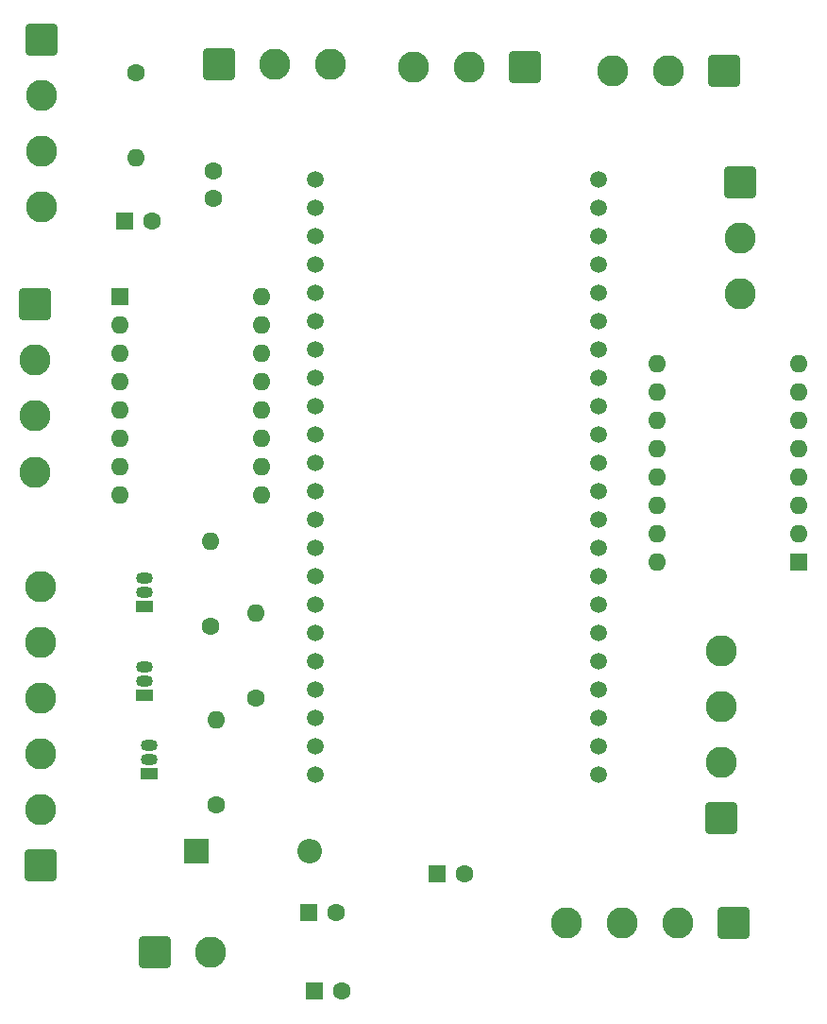
<source format=gbr>
%TF.GenerationSoftware,KiCad,Pcbnew,9.0.1*%
%TF.CreationDate,2025-05-12T17:21:56-07:00*%
%TF.ProjectId,pcb,7063622e-6b69-4636-9164-5f7063625858,rev?*%
%TF.SameCoordinates,Original*%
%TF.FileFunction,Soldermask,Bot*%
%TF.FilePolarity,Negative*%
%FSLAX46Y46*%
G04 Gerber Fmt 4.6, Leading zero omitted, Abs format (unit mm)*
G04 Created by KiCad (PCBNEW 9.0.1) date 2025-05-12 17:21:56*
%MOMM*%
%LPD*%
G01*
G04 APERTURE LIST*
G04 Aperture macros list*
%AMRoundRect*
0 Rectangle with rounded corners*
0 $1 Rounding radius*
0 $2 $3 $4 $5 $6 $7 $8 $9 X,Y pos of 4 corners*
0 Add a 4 corners polygon primitive as box body*
4,1,4,$2,$3,$4,$5,$6,$7,$8,$9,$2,$3,0*
0 Add four circle primitives for the rounded corners*
1,1,$1+$1,$2,$3*
1,1,$1+$1,$4,$5*
1,1,$1+$1,$6,$7*
1,1,$1+$1,$8,$9*
0 Add four rect primitives between the rounded corners*
20,1,$1+$1,$2,$3,$4,$5,0*
20,1,$1+$1,$4,$5,$6,$7,0*
20,1,$1+$1,$6,$7,$8,$9,0*
20,1,$1+$1,$8,$9,$2,$3,0*%
G04 Aperture macros list end*
%ADD10R,1.600000X1.600000*%
%ADD11C,1.600000*%
%ADD12R,2.200000X2.200000*%
%ADD13O,2.200000X2.200000*%
%ADD14O,1.600000X1.600000*%
%ADD15R,1.500000X1.050000*%
%ADD16O,1.500000X1.050000*%
%ADD17RoundRect,0.250001X1.149999X-1.149999X1.149999X1.149999X-1.149999X1.149999X-1.149999X-1.149999X0*%
%ADD18C,2.800000*%
%ADD19RoundRect,0.250001X-1.149999X-1.149999X1.149999X-1.149999X1.149999X1.149999X-1.149999X1.149999X0*%
%ADD20RoundRect,0.250001X1.149999X1.149999X-1.149999X1.149999X-1.149999X-1.149999X1.149999X-1.149999X0*%
%ADD21RoundRect,0.250001X-1.149999X1.149999X-1.149999X-1.149999X1.149999X-1.149999X1.149999X1.149999X0*%
%ADD22C,1.500000*%
G04 APERTURE END LIST*
D10*
%TO.C,vd_c2*%
X111500000Y-71500000D03*
D11*
X114000000Y-71500000D03*
%TD*%
D12*
%TO.C,D1*%
X117920000Y-128000000D03*
D13*
X128080000Y-128000000D03*
%TD*%
D11*
%TO.C,mix1*%
X119750000Y-123810000D03*
D14*
X119750000Y-116190000D03*
%TD*%
D15*
%TO.C,Q3*%
X113250000Y-106040000D03*
D16*
X113250000Y-104770000D03*
X113250000Y-103500000D03*
%TD*%
D17*
%TO.C,J3*%
X165031500Y-125066700D03*
D18*
X165031500Y-120066700D03*
X165031500Y-115066700D03*
X165031500Y-110066700D03*
%TD*%
D10*
%TO.C,motor_c1*%
X139500000Y-130000000D03*
D11*
X142000000Y-130000000D03*
%TD*%
%TO.C,vd_c1*%
X119500000Y-69500000D03*
X119500000Y-67000000D03*
%TD*%
D19*
%TO.C,MovingBumper_back1*%
X120000000Y-57500000D03*
D18*
X125000000Y-57500000D03*
X130000000Y-57500000D03*
%TD*%
D20*
%TO.C,MovingBumper_front1*%
X147397900Y-57680400D03*
D18*
X142397900Y-57680400D03*
X137397900Y-57680400D03*
%TD*%
D20*
%TO.C,Debug_ports1*%
X166155000Y-134437400D03*
D18*
X161155000Y-134437400D03*
X156155000Y-134437400D03*
X151155000Y-134437400D03*
%TD*%
D10*
%TO.C,reg_co1*%
X128000000Y-133500000D03*
D11*
X130500000Y-133500000D03*
%TD*%
%TO.C,mix2*%
X123300100Y-114310000D03*
D14*
X123300100Y-106690000D03*
%TD*%
D21*
%TO.C,Thermistor1*%
X104032500Y-55250000D03*
D18*
X104032500Y-60250000D03*
X104032500Y-65250000D03*
X104032500Y-70250000D03*
%TD*%
D22*
%TO.C,ESP32-S3*%
X128590000Y-67792500D03*
X128590000Y-70332500D03*
X128590000Y-72872500D03*
X128590000Y-75412500D03*
X128590000Y-77952500D03*
X128590000Y-80492500D03*
X128590000Y-83032500D03*
X128590000Y-85572500D03*
X128590000Y-88112500D03*
X128590000Y-90652500D03*
X128590000Y-93192500D03*
X128590000Y-95732500D03*
X128590000Y-98272500D03*
X128590000Y-100812500D03*
X128590000Y-103352500D03*
X128590000Y-105892500D03*
X128590000Y-108432500D03*
X128590000Y-110972500D03*
X128590000Y-113512500D03*
X128590000Y-116052500D03*
X128590000Y-118592500D03*
X128590000Y-121132500D03*
X153990000Y-67792500D03*
X153990000Y-70332500D03*
X153990000Y-72872500D03*
X153990000Y-75412500D03*
X153990000Y-77952500D03*
X153990000Y-80492500D03*
X153990000Y-83032500D03*
X153990000Y-85572500D03*
X153990000Y-88112500D03*
X153990000Y-90652500D03*
X153990000Y-93192500D03*
X153990000Y-95732500D03*
X153990000Y-98272500D03*
X153990000Y-100812500D03*
X153990000Y-103352500D03*
X153990000Y-105892500D03*
X153990000Y-108432500D03*
X153990000Y-110972500D03*
X153990000Y-113512500D03*
X153990000Y-116052500D03*
X153990000Y-118592500D03*
X153990000Y-121132500D03*
%TD*%
D10*
%TO.C,reg_ci1*%
X128500000Y-140500000D03*
D11*
X131000000Y-140500000D03*
%TD*%
D10*
%TO.C,Moving1*%
X171982000Y-102106300D03*
D14*
X171982000Y-99566300D03*
X171982000Y-97026300D03*
X171982000Y-94486300D03*
X171982000Y-91946300D03*
X171982000Y-89406300D03*
X171982000Y-86866300D03*
X171982000Y-84326300D03*
X159282000Y-84326300D03*
X159282000Y-86866300D03*
X159282000Y-89406300D03*
X159282000Y-91946300D03*
X159282000Y-94486300D03*
X159282000Y-97026300D03*
X159282000Y-99566300D03*
X159282000Y-102106300D03*
%TD*%
D19*
%TO.C,J1*%
X114212500Y-137032500D03*
D18*
X119212500Y-137032500D03*
%TD*%
D11*
%TO.C,vd_r1*%
X112500000Y-58190000D03*
D14*
X112500000Y-65810000D03*
%TD*%
D11*
%TO.C,mix3*%
X119250000Y-107810000D03*
D14*
X119250000Y-100190000D03*
%TD*%
D20*
%TO.C,Rehydration_front1*%
X165250000Y-58032500D03*
D18*
X160250000Y-58032500D03*
X155250000Y-58032500D03*
%TD*%
D15*
%TO.C,Q1*%
X113750000Y-121040000D03*
D16*
X113750000Y-119770000D03*
X113750000Y-118500000D03*
%TD*%
D21*
%TO.C,J2*%
X103500000Y-79000000D03*
D18*
X103500000Y-84000000D03*
X103500000Y-89000000D03*
X103500000Y-94000000D03*
%TD*%
D10*
%TO.C,Rehydration1*%
X111090200Y-78254000D03*
D14*
X111090200Y-80794000D03*
X111090200Y-83334000D03*
X111090200Y-85874000D03*
X111090200Y-88414000D03*
X111090200Y-90954000D03*
X111090200Y-93494000D03*
X111090200Y-96034000D03*
X123790200Y-96034000D03*
X123790200Y-93494000D03*
X123790200Y-90954000D03*
X123790200Y-88414000D03*
X123790200Y-85874000D03*
X123790200Y-83334000D03*
X123790200Y-80794000D03*
X123790200Y-78254000D03*
%TD*%
D15*
%TO.C,Q2*%
X113250000Y-114040000D03*
D16*
X113250000Y-112770000D03*
X113250000Y-111500000D03*
%TD*%
D21*
%TO.C,Rehydration_back1*%
X166732900Y-68049600D03*
D18*
X166732900Y-73049600D03*
X166732900Y-78049600D03*
%TD*%
D17*
%TO.C,Mixing1*%
X104000000Y-129250000D03*
D18*
X104000000Y-124250000D03*
X104000000Y-119250000D03*
X104000000Y-114250000D03*
X104000000Y-109250000D03*
X104000000Y-104250000D03*
%TD*%
M02*

</source>
